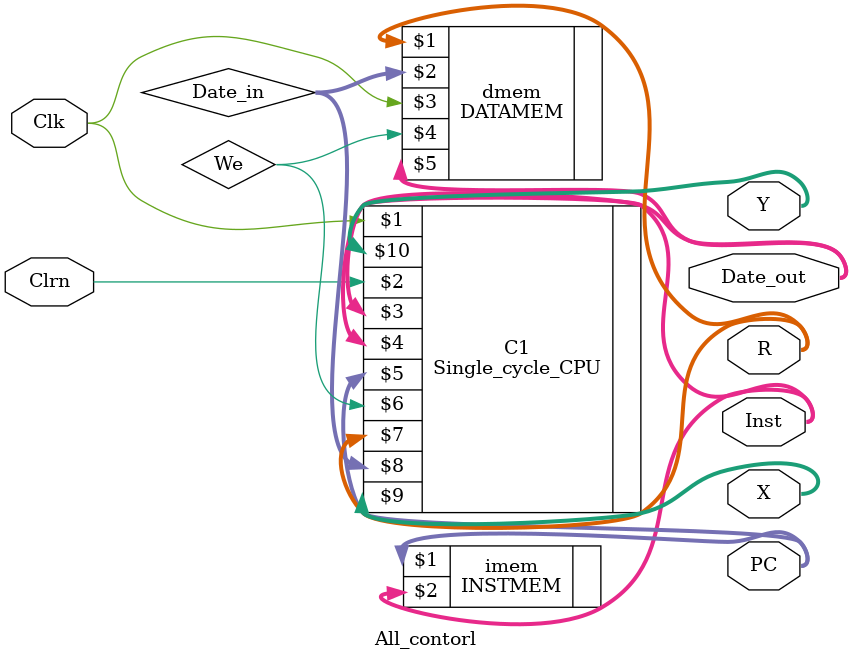
<source format=v>
`timescale 1ns / 1ps


module All_contorl(Clk,Clrn,Inst,Date_out,PC,R,X,Y);
    input Clk,Clrn;
    output [31:0]Inst,Date_out;//´ÓÊý¾Ý´¢´æÆ÷¶ÁÈ¡µÄÊý¾Ý
    output [31:0]PC/*PCµØÖ·*/,R/*Alu¼ÆËã½á¹û*/;
    output [31:0]X,Y;
    wire We;
    wire [31:0]Date_in;//ÐèÒªÐ´ÈëÊý¾Ý´æ´¢Æ÷µÄÊý¾Ý
    
    Single_cycle_CPU C1(Clk,Clrn,Inst,Date_out,PC,We,R,Date_in,X,Y);
    DATAMEM dmem(R,Date_in,Clk,We,Date_out);
    INSTMEM imem(PC,Inst);
endmodule


</source>
